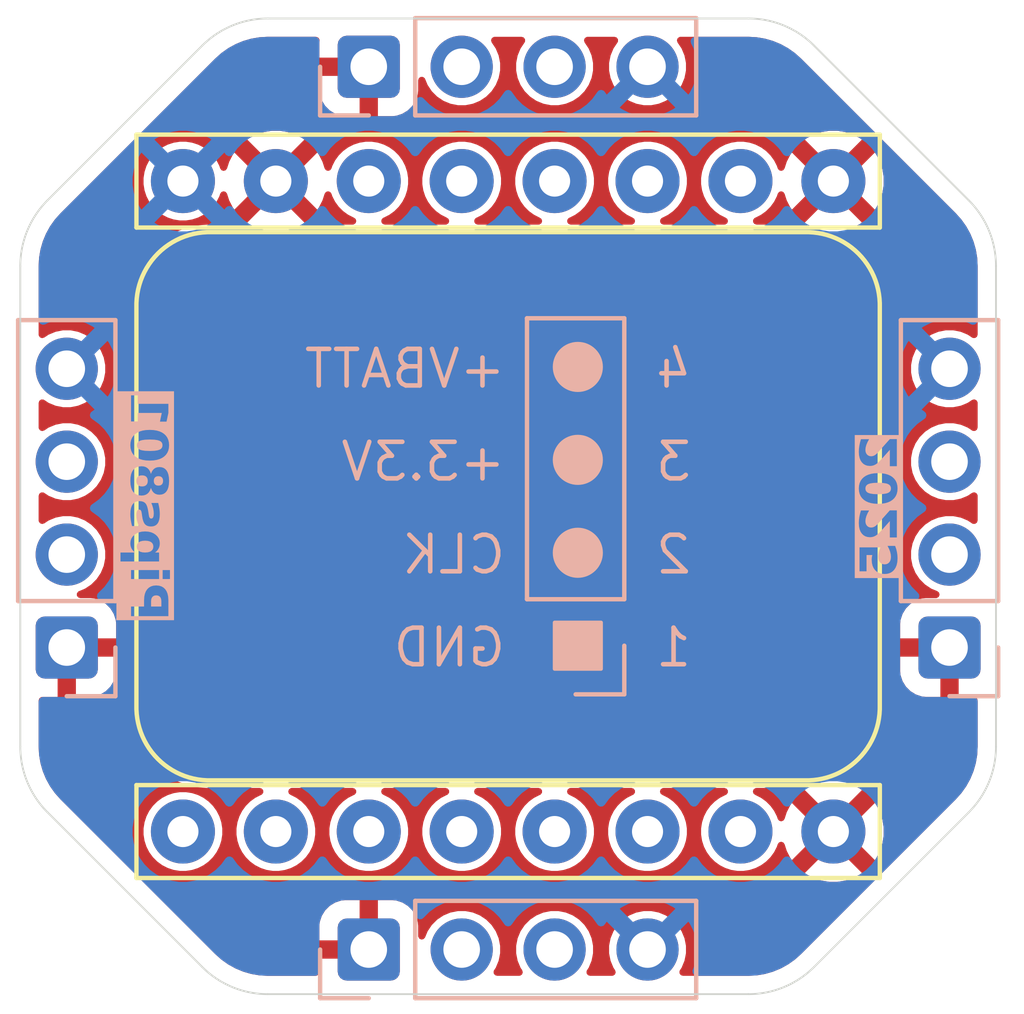
<source format=kicad_pcb>
(kicad_pcb (version 20241229) (generator "pcbnew") (generator_version "9.0")
  (title_block (rev "R1"))
  (layers (0 "F.Cu" signal) (4 "In1.Cu" signal) (6 "In2.Cu" signal) (2 "B.Cu" signal) (13 "F.Paste" user) (15 "B.Paste" user) (5 "F.SilkS" user "F.Silkscreen") (7 "B.SilkS" user "B.Silkscreen") (1 "F.Mask" user) (3 "B.Mask" user) (25 "Edge.Cuts" user))
  (net 0 "")
  (net 1 "CLK")
  (net 2 "+3.3V")
  (net 3 "+VBATT")
  (net 4 "GND")
  (footprint "MiniBadge:MiniBadge_Slot_Reflective" (layer "F.Cu") (at 156.21 107.95)
    (property "Reference" "MB1" (hide yes))
    (property "Value" "MiniBadge_Simple")
    (fp_poly (pts (arc (start 20.320242 4.6667) (mid 19.734456 3.252486) (end 18.320242 2.6667)) (arc (start 2.000242 2.6667) (mid 0.586028 3.252486) (end 0.000242 4.6667)) (arc (start 0.000242 15.6527) (mid 0.586028 17.066914) (end 2.000242 17.6527)) (arc (start 18.320242 17.6527) (mid 19.734456 17.066914) (end 20.320242 15.6527))) (fill yes) (layer "F.Cu"))
    (fp_line (start 0 0) (end 0 2.54) (stroke (width 0.12)) (layer "F.SilkS"))
    (fp_line (start 0 2.54) (end 20.32 2.54) (stroke (width 0.12)) (layer "F.SilkS"))
    (fp_line (start 0 17.78) (end 0 20.32) (stroke (width 0.12)) (layer "F.SilkS"))
    (fp_line (start 0 20.32) (end 20.32 20.32) (stroke (width 0.12)) (layer "F.SilkS"))
    (fp_line (start 20.32 0) (end 0 0) (stroke (width 0.12)) (layer "F.SilkS"))
    (fp_line (start 20.32 2.54) (end 20.32 0) (stroke (width 0.12)) (layer "F.SilkS"))
    (fp_line (start 20.32 17.78) (end 0 17.78) (stroke (width 0.12)) (layer "F.SilkS"))
    (fp_line (start 20.32 20.32) (end 20.32 17.78) (stroke (width 0.12)) (layer "F.SilkS"))
    (fp_poly (pts (arc (start 20.31895 4.665421) (mid 19.733164 3.251207) (end 18.31895 2.665421)) (arc (start 1.99895 2.665421) (mid 0.584736 3.251207) (end -0.00105 4.665421)) (arc (start -0.00105 15.651421) (mid 0.584736 17.065635) (end 1.99895 17.651421)) (arc (start 18.31895 17.651421) (mid 19.733164 17.065635) (end 20.31895 15.651421))) (stroke (width 0.12)) (fill no) (layer "F.SilkS"))
    (pad "1" thru_hole circle (at 1.27 1.27) (size 1.75 1.75) (drill 0.85) (layers "*.Cu" "*.Mask") (net 3 "+VBATT"))
    (pad "2" thru_hole circle (at 3.81 1.27) (size 1.75 1.75) (drill 0.85) (layers "*.Cu" "*.Mask") (net 4 "GND"))
    (pad "3" thru_hole circle (at 6.35 1.27) (size 1.75 1.75) (drill 0.85) (layers "*.Cu" "*.Mask"))
    (pad "4" thru_hole circle (at 8.89 1.27) (size 1.75 1.75) (drill 0.85) (layers "*.Cu" "*.Mask"))
    (pad "5" thru_hole circle (at 11.43 1.27) (size 1.75 1.75) (drill 0.85) (layers "*.Cu" "*.Mask"))
    (pad "6" thru_hole circle (at 13.97 1.27) (size 1.75 1.75) (drill 0.85) (layers "*.Cu" "*.Mask"))
    (pad "7" thru_hole circle (at 16.51 1.27) (size 1.75 1.75) (drill 0.85) (layers "*.Cu" "*.Mask") (net 2 "+3.3V"))
    (pad "8" thru_hole circle (at 19.05 1.27) (size 1.75 1.75) (drill 0.85) (layers "*.Cu" "*.Mask") (net 4 "GND"))
    (pad "9" thru_hole circle (at 1.27 19.05) (size 1.75 1.75) (drill 0.85) (layers "*.Cu" "*.Mask") (net 1 "CLK"))
    (pad "10" thru_hole circle (at 3.81 19.05) (size 1.75 1.75) (drill 0.85) (layers "*.Cu" "*.Mask"))
    (pad "11" thru_hole circle (at 6.35 19.05) (size 1.75 1.75) (drill 0.85) (layers "*.Cu" "*.Mask"))
    (pad "12" thru_hole circle (at 8.89 19.05) (size 1.75 1.75) (drill 0.85) (layers "*.Cu" "*.Mask"))
    (pad "13" thru_hole circle (at 11.43 19.05) (size 1.75 1.75) (drill 0.85) (layers "*.Cu" "*.Mask"))
    (pad "14" thru_hole circle (at 13.97 19.05) (size 1.75 1.75) (drill 0.85) (layers "*.Cu" "*.Mask"))
    (pad "15" thru_hole circle (at 16.51 19.05) (size 1.75 1.75) (drill 0.85) (layers "*.Cu" "*.Mask") (net 2 "+3.3V"))
    (pad "16" thru_hole circle (at 19.05 19.05) (size 1.75 1.75) (drill 0.85) (layers "*.Cu" "*.Mask") (net 4 "GND"))
  )
  (footprint "Connector_PinSocket_2.54mm:PinSocket_1x04_P2.54mm_Vertical" (layer "B.Cu") (at 178.435 121.97)
    (property "Reference" "J4" (hide yes))
    (property "Value" "Right")
    (fp_line (start -1.33 -8.95) (end 1.33 -8.95) (stroke (width 0.12)) (layer "B.SilkS"))
    (fp_line (start -1.33 -1.27) (end -1.33 -8.95) (stroke (width 0.12)) (layer "B.SilkS"))
    (fp_line (start -1.33 -1.27) (end 1.33 -1.27) (stroke (width 0.12)) (layer "B.SilkS"))
    (fp_line (start 0 1.33) (end 1.33 1.33) (stroke (width 0.12)) (layer "B.SilkS"))
    (fp_line (start 1.33 -1.27) (end 1.33 -8.95) (stroke (width 0.12)) (layer "B.SilkS"))
    (fp_line (start 1.33 1.33) (end 1.33 0) (stroke (width 0.12)) (layer "B.SilkS"))
    (pad "1" thru_hole roundrect (at 0 0) (size 1.7 1.7) (drill 1) (layers "*.Cu" "*.Mask") (roundrect_rratio 0.1470588235) (net 4 "GND"))
    (pad "2" thru_hole circle (at 0 -2.54) (size 1.7 1.7) (drill 1) (layers "*.Cu" "*.Mask") (net 1 "CLK"))
    (pad "3" thru_hole circle (at 0 -5.08) (size 1.7 1.7) (drill 1) (layers "*.Cu" "*.Mask") (net 2 "+3.3V"))
    (pad "4" thru_hole circle (at 0 -7.62) (size 1.7 1.7) (drill 1) (layers "*.Cu" "*.Mask") (net 3 "+VBATT"))
  )
  (footprint "Connector_PinSocket_2.54mm:PinSocket_1x04_P2.54mm_Vertical" (layer "B.Cu") (at 162.56 130.225 -90)
    (property "Reference" "J1" (hide yes))
    (property "Value" "Top")
    (fp_line (start 0 1.33) (end 1.33 1.33) (stroke (width 0.12)) (layer "B.SilkS"))
    (fp_line (start 1.33 1.33) (end 1.33 0) (stroke (width 0.12)) (layer "B.SilkS"))
    (fp_line (start -1.33 -1.27) (end 1.33 -1.27) (stroke (width 0.12)) (layer "B.SilkS"))
    (fp_line (start -1.33 -1.27) (end -1.33 -8.95) (stroke (width 0.12)) (layer "B.SilkS"))
    (fp_line (start 1.33 -1.27) (end 1.33 -8.95) (stroke (width 0.12)) (layer "B.SilkS"))
    (fp_line (start -1.33 -8.95) (end 1.33 -8.95) (stroke (width 0.12)) (layer "B.SilkS"))
    (pad "1" thru_hole roundrect (at 0 0 270) (size 1.7 1.7) (drill 1) (layers "*.Cu" "*.Mask") (roundrect_rratio 0.1470588235) (net 4 "GND"))
    (pad "2" thru_hole circle (at 0 -2.54 270) (size 1.7 1.7) (drill 1) (layers "*.Cu" "*.Mask") (net 1 "CLK"))
    (pad "3" thru_hole circle (at 0 -5.08 270) (size 1.7 1.7) (drill 1) (layers "*.Cu" "*.Mask") (net 2 "+3.3V"))
    (pad "4" thru_hole circle (at 0 -7.62 270) (size 1.7 1.7) (drill 1) (layers "*.Cu" "*.Mask") (net 3 "+VBATT"))
  )
  (footprint "Connector_PinSocket_2.54mm:PinSocket_1x04_P2.54mm_Vertical" (layer "B.Cu") (at 162.56 106.095 -90)
    (property "Reference" "J2" (hide yes))
    (property "Value" "Bottom")
    (fp_line (start 0 1.33) (end 1.33 1.33) (stroke (width 0.12)) (layer "B.SilkS"))
    (fp_line (start 1.33 1.33) (end 1.33 0) (stroke (width 0.12)) (layer "B.SilkS"))
    (fp_line (start -1.33 -1.27) (end 1.33 -1.27) (stroke (width 0.12)) (layer "B.SilkS"))
    (fp_line (start -1.33 -1.27) (end -1.33 -8.95) (stroke (width 0.12)) (layer "B.SilkS"))
    (fp_line (start 1.33 -1.27) (end 1.33 -8.95) (stroke (width 0.12)) (layer "B.SilkS"))
    (fp_line (start -1.33 -8.95) (end 1.33 -8.95) (stroke (width 0.12)) (layer "B.SilkS"))
    (pad "1" thru_hole roundrect (at 0 0 270) (size 1.7 1.7) (drill 1) (layers "*.Cu" "*.Mask") (roundrect_rratio 0.1470588235) (net 4 "GND"))
    (pad "2" thru_hole circle (at 0 -2.54 270) (size 1.7 1.7) (drill 1) (layers "*.Cu" "*.Mask") (net 1 "CLK"))
    (pad "3" thru_hole circle (at 0 -5.08 270) (size 1.7 1.7) (drill 1) (layers "*.Cu" "*.Mask") (net 2 "+3.3V"))
    (pad "4" thru_hole circle (at 0 -7.62 270) (size 1.7 1.7) (drill 1) (layers "*.Cu" "*.Mask") (net 3 "+VBATT"))
  )
  (footprint "Connector_PinSocket_2.54mm:PinSocket_1x04_P2.54mm_Vertical" (layer "B.Cu") (at 154.305 121.97)
    (property "Reference" "J3" (hide yes))
    (property "Value" "Left")
    (fp_line (start -1.33 -8.95) (end 1.33 -8.95) (stroke (width 0.12)) (layer "B.SilkS"))
    (fp_line (start -1.33 -1.27) (end -1.33 -8.95) (stroke (width 0.12)) (layer "B.SilkS"))
    (fp_line (start -1.33 -1.27) (end 1.33 -1.27) (stroke (width 0.12)) (layer "B.SilkS"))
    (fp_line (start 0 1.33) (end 1.33 1.33) (stroke (width 0.12)) (layer "B.SilkS"))
    (fp_line (start 1.33 -1.27) (end 1.33 -8.95) (stroke (width 0.12)) (layer "B.SilkS"))
    (fp_line (start 1.33 1.33) (end 1.33 0) (stroke (width 0.12)) (layer "B.SilkS"))
    (pad "1" thru_hole roundrect (at 0 0) (size 1.7 1.7) (drill 1) (layers "*.Cu" "*.Mask") (roundrect_rratio 0.1470588235) (net 4 "GND"))
    (pad "2" thru_hole circle (at 0 -2.54) (size 1.7 1.7) (drill 1) (layers "*.Cu" "*.Mask") (net 1 "CLK"))
    (pad "3" thru_hole circle (at 0 -5.08) (size 1.7 1.7) (drill 1) (layers "*.Cu" "*.Mask") (net 2 "+3.3V"))
    (pad "4" thru_hole circle (at 0 -7.62) (size 1.7 1.7) (drill 1) (layers "*.Cu" "*.Mask") (net 3 "+VBATT"))
  )
  (footprint "clipboard:50646409-bbaa-4e49-bcae-33b86f64da68" (layer "B.Cu") (at 169.545 120.65)
    (property "Reference" "" (at 0 0 180) (layer "B.SilkS") (effects (font (size 1.27 1.27)) (justify mirror)))
    (property "Value" "")
    (fp_line (start -2.66 -7.68) (end 0 -7.68) (stroke (width 0.12)) (layer "B.SilkS"))
    (fp_line (start -2.66 0) (end -2.66 -7.68) (stroke (width 0.12)) (layer "B.SilkS"))
    (fp_line (start -2.66 0) (end 0 0) (stroke (width 0.12)) (layer "B.SilkS"))
    (fp_line (start -1.33 2.6) (end 0 2.6) (stroke (width 0.12)) (layer "B.SilkS"))
    (fp_line (start 0 0) (end 0 -7.68) (stroke (width 0.12)) (layer "B.SilkS"))
    (fp_line (start 0 2.6) (end 0 1.27) (stroke (width 0.12)) (layer "B.SilkS"))
  )
  (gr_circle (center 168.275 116.84) (end 168.275 117.475) (stroke (width 0.1)) (fill yes) (layer "B.SilkS"))
  (gr_rect (start 167.64 121.285) (end 168.91 122.555) (stroke (width 0.1)) (fill yes) (layer "B.SilkS"))
  (gr_circle (center 168.275 119.38) (end 168.275 120.015) (stroke (width 0.1)) (fill yes) (layer "B.SilkS"))
  (gr_circle (center 168.275 114.3) (end 168.275 114.935) (stroke (width 0.1)) (fill yes) (layer "B.SilkS"))
  (gr_line (start 159.802102 131.445) (end 172.937898 131.445) (stroke (width 0.05)) (layer "Edge.Cuts"))
  (gr_line (start 172.937898 104.775) (end 159.802102 104.775) (stroke (width 0.05)) (layer "Edge.Cuts"))
  (gr_arc (start 159.802102 131.445) (mid 158.830086 131.251655) (end 158.006051 130.701051) (stroke (width 0.05)) (layer "Edge.Cuts"))
  (gr_line (start 178.961051 109.746051) (end 174.733949 105.518949) (stroke (width 0.05)) (layer "Edge.Cuts"))
  (gr_arc (start 179.705 124.677898) (mid 179.511655 125.649914) (end 178.961051 126.473949) (stroke (width 0.05)) (layer "Edge.Cuts"))
  (gr_arc (start 172.937898 104.775) (mid 173.909914 104.968346) (end 174.733949 105.518949) (stroke (width 0.05)) (layer "Edge.Cuts"))
  (gr_line (start 174.733949 130.701051) (end 178.961051 126.473949) (stroke (width 0.05)) (layer "Edge.Cuts"))
  (gr_arc (start 158.006051 105.518949) (mid 158.830086 104.968346) (end 159.802102 104.775) (stroke (width 0.05)) (layer "Edge.Cuts"))
  (gr_arc (start 153.035 111.542102) (mid 153.228345 110.570086) (end 153.778949 109.746051) (stroke (width 0.05)) (layer "Edge.Cuts"))
  (gr_arc (start 153.778949 126.473949) (mid 153.228346 125.649914) (end 153.035 124.677898) (stroke (width 0.05)) (layer "Edge.Cuts"))
  (gr_line (start 153.778949 126.473949) (end 158.006051 130.701051) (stroke (width 0.05)) (layer "Edge.Cuts"))
  (gr_arc (start 174.733949 130.701051) (mid 173.909914 131.251654) (end 172.937898 131.445) (stroke (width 0.05)) (layer "Edge.Cuts"))
  (gr_arc (start 178.961051 109.746051) (mid 179.511653 110.570086) (end 179.705 111.542102) (stroke (width 0.05)) (layer "Edge.Cuts"))
  (gr_line (start 158.006051 105.518949) (end 153.778949 109.746051) (stroke (width 0.05)) (layer "Edge.Cuts"))
  (gr_line (start 179.705 124.677898) (end 179.705 111.542102) (stroke (width 0.05)) (layer "Edge.Cuts"))
  (gr_line (start 153.035 111.542102) (end 153.035 124.677898) (stroke (width 0.05)) (layer "Edge.Cuts"))
  (gr_text "3" (at 171.45 117.475 0) (layer "B.SilkS") (effects (font (size 1 1) (thickness 0.125)) (justify left bottom mirror)))
  (gr_text "2" (at 171.45 120.015 0) (layer "B.SilkS") (effects (font (size 1 1) (thickness 0.125)) (justify left bottom mirror)))
  (gr_text "GND" (at 166.37 122.555 0) (layer "B.SilkS") (effects (font (size 1 1) (thickness 0.125)) (justify left bottom mirror)))
  (gr_text "+VBATT" (at 166.37 114.935 0) (layer "B.SilkS") (effects (font (size 1 1) (thickness 0.125)) (justify left bottom mirror)))
  (gr_text "1" (at 171.45 122.555 0) (layer "B.SilkS") (effects (font (size 1 1) (thickness 0.125)) (justify left bottom mirror)))
  (gr_text "+3.3V" (at 166.37 117.475 0) (layer "B.SilkS") (effects (font (size 1 1) (thickness 0.125)) (justify left bottom mirror)))
  (gr_text "2025" (at 177.165 118.11 90) (layer "B.SilkS" knockout) (effects (font (size 1 1) (thickness 0.1)) (justify bottom mirror)))
  (gr_text "4" (at 171.45 114.935 0) (layer "B.SilkS") (effects (font (size 1 1) (thickness 0.125)) (justify left bottom mirror)))
  (gr_text "CLK" (at 166.37 120.015 0) (layer "B.SilkS") (effects (font (size 1 1) (thickness 0.125)) (justify left bottom mirror)))
  (gr_text "Pips801" (at 155.8925 118.11 270) (layer "B.SilkS" knockout) (effects (font (size 1 1) (thickness 0.1)) (justify bottom mirror)))
  (zone (net 4) (net_name "GND") (layer "F.Cu") (connect_pads (clearance 0.2)) (min_thickness 0.2) (fill yes (thermal_gap 0.5) (thermal_bridge_width 0.5))
    (polygon (pts (xy 179.705 104.775) (xy 153.035 104.775) (xy 153.035 131.445) (xy 179.705 131.445)))
  )
  (zone (net 3) (net_name "+VBATT") (layer "B.Cu") (connect_pads (clearance 0.5)) (min_thickness 0.25) (fill yes (thermal_gap 0.5) (thermal_bridge_width 0.5))
    (polygon (pts (xy 179.705 104.775) (xy 153.035 104.775) (xy 153.035 131.445) (xy 179.705 131.445)))
  )
)
</source>
